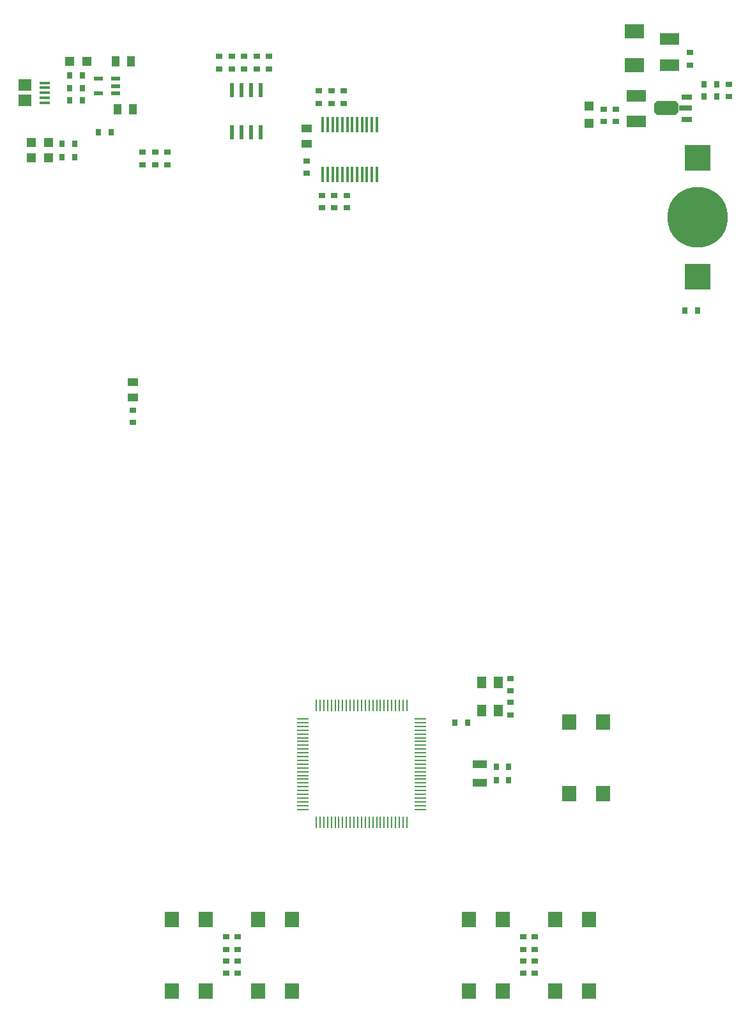
<source format=gtp>
%FSLAX25Y25*%
%MOIN*%
G70*
G01*
G75*
G04 Layer_Color=8421504*
%ADD10R,0.10000X0.06000*%
%ADD11R,0.05500X0.04000*%
%ADD12R,0.05315X0.02756*%
%ADD13R,0.07087X0.02756*%
G04:AMPARAMS|DCode=14|XSize=74.8mil|YSize=129.92mil|CornerRadius=0mil|HoleSize=0mil|Usage=FLASHONLY|Rotation=90.000|XOffset=0mil|YOffset=0mil|HoleType=Round|Shape=Octagon|*
%AMOCTAGOND14*
4,1,8,-0.06496,-0.01870,-0.06496,0.01870,-0.04626,0.03740,0.04626,0.03740,0.06496,0.01870,0.06496,-0.01870,0.04626,-0.03740,-0.04626,-0.03740,-0.06496,-0.01870,0.0*
%
%ADD14OCTAGOND14*%

%ADD15R,0.03500X0.03000*%
%ADD16R,0.03000X0.03500*%
%ADD17R,0.04000X0.05500*%
%ADD18R,0.01000X0.06000*%
%ADD19R,0.06000X0.01000*%
%ADD20R,0.06000X0.01000*%
%ADD21R,0.01000X0.06000*%
%ADD22R,0.06000X0.01000*%
%ADD23R,0.01000X0.06000*%
%ADD24R,0.06000X0.01000*%
%ADD25R,0.01000X0.06000*%
%ADD26R,0.01000X0.06000*%
%ADD27R,0.06000X0.01000*%
%ADD28R,0.06000X0.01000*%
%ADD29R,0.01000X0.06000*%
%ADD30R,0.07480X0.04331*%
%ADD31R,0.07480X0.04331*%
G04:AMPARAMS|DCode=32|XSize=62.99mil|YSize=49.21mil|CornerRadius=0mil|HoleSize=0mil|Usage=FLASHONLY|Rotation=90.003|XOffset=0mil|YOffset=0mil|HoleType=Round|Shape=Rectangle|*
%AMROTATEDRECTD32*
4,1,4,0.02461,-0.03150,-0.02461,-0.03150,-0.02461,0.03150,0.02461,0.03150,0.02461,-0.03150,0.0*
%
%ADD32ROTATEDRECTD32*%

G04:AMPARAMS|DCode=33|XSize=62.99mil|YSize=49.21mil|CornerRadius=0mil|HoleSize=0mil|Usage=FLASHONLY|Rotation=90.003|XOffset=0mil|YOffset=0mil|HoleType=Round|Shape=Rectangle|*
%AMROTATEDRECTD33*
4,1,4,0.02461,-0.03150,-0.02461,-0.03150,-0.02461,0.03150,0.02461,0.03150,0.02461,-0.03150,0.0*
%
%ADD33ROTATEDRECTD33*%

G04:AMPARAMS|DCode=34|XSize=62.99mil|YSize=49.21mil|CornerRadius=0mil|HoleSize=0mil|Usage=FLASHONLY|Rotation=90.003|XOffset=0mil|YOffset=0mil|HoleType=Round|Shape=Rectangle|*
%AMROTATEDRECTD34*
4,1,4,0.02461,-0.03150,-0.02461,-0.03150,-0.02461,0.03150,0.02461,0.03150,0.02461,-0.03150,0.0*
%
%ADD34ROTATEDRECTD34*%

%ADD35R,0.02362X0.07284*%
%ADD36R,0.01496X0.07874*%
%ADD37R,0.01496X0.07874*%
%ADD38R,0.04724X0.02362*%
%ADD39R,0.07201X0.07874*%
%ADD40R,0.05000X0.05000*%
%ADD41R,0.05315X0.01575*%
%ADD42R,0.07087X0.05906*%
%ADD43R,0.05000X0.05000*%
%ADD44R,0.10000X0.07500*%
%ADD45R,0.13780X0.13780*%
%ADD46C,0.31496*%
%ADD47C,0.01500*%
%ADD48C,0.01000*%
%ADD49C,0.02000*%
%ADD50C,0.03000*%
%ADD51C,0.01200*%
%ADD52C,0.05906*%
%ADD53O,0.16535X0.07874*%
%ADD54O,0.15748X0.07874*%
%ADD55O,0.07874X0.15748*%
%ADD56C,0.06654*%
%ADD57R,0.06654X0.06654*%
%ADD58C,0.18740*%
%ADD59C,0.09449*%
%ADD60R,0.09449X0.09449*%
%ADD61R,0.05906X0.05906*%
%ADD62R,0.05906X0.05906*%
%ADD63C,0.06000*%
%ADD64C,0.06200*%
%ADD65R,0.06000X0.06000*%
%ADD66O,0.09055X0.05512*%
%ADD67C,0.05118*%
%ADD68C,0.02000*%
%ADD69C,0.03000*%
%ADD70R,0.11000X0.06000*%
%ADD71R,0.06000X0.11000*%
%ADD72R,0.01700X0.07100*%
%ADD73R,0.05000X0.08700*%
%ADD74R,0.05000X0.04000*%
%ADD75R,0.05000X0.03598*%
%ADD76C,0.10000*%
%ADD77C,0.00787*%
%ADD78C,0.00100*%
%ADD79C,0.00800*%
%ADD80C,0.01969*%
%ADD81C,0.01600*%
%ADD82C,0.00900*%
%ADD83C,0.00591*%
%ADD84C,0.00600*%
%ADD85R,0.05000X0.00400*%
%ADD86R,0.00400X0.05000*%
D10*
X328500Y-66000D02*
D03*
Y-79500D02*
D03*
X346000Y-36500D02*
D03*
Y-50000D02*
D03*
D11*
X66000Y-215500D02*
D03*
Y-223500D02*
D03*
X156500Y-91000D02*
D03*
Y-83000D02*
D03*
D12*
X355000Y-66689D02*
D03*
Y-78500D02*
D03*
D13*
X354114Y-72594D02*
D03*
D14*
X344075Y-72594D02*
D03*
D15*
X66000Y-230000D02*
D03*
Y-236500D02*
D03*
X177500Y-124500D02*
D03*
Y-118000D02*
D03*
X124000Y-52000D02*
D03*
Y-45500D02*
D03*
X130500D02*
D03*
Y-52000D02*
D03*
X137000D02*
D03*
Y-45500D02*
D03*
X111000Y-52000D02*
D03*
Y-45500D02*
D03*
X84000Y-102000D02*
D03*
Y-95500D02*
D03*
X71000Y-102000D02*
D03*
Y-95500D02*
D03*
X77500Y-102000D02*
D03*
Y-95500D02*
D03*
X275500Y-504929D02*
D03*
Y-511429D02*
D03*
X269500Y-504929D02*
D03*
Y-511429D02*
D03*
X120500Y-504929D02*
D03*
Y-511429D02*
D03*
X114500Y-504929D02*
D03*
Y-511429D02*
D03*
X311500Y-79500D02*
D03*
Y-73000D02*
D03*
X163000Y-63500D02*
D03*
Y-70000D02*
D03*
X171000Y-118000D02*
D03*
Y-124500D02*
D03*
X169500Y-70000D02*
D03*
Y-63500D02*
D03*
X117500Y-45500D02*
D03*
Y-52000D02*
D03*
X176000Y-63500D02*
D03*
Y-70000D02*
D03*
X164500Y-124500D02*
D03*
Y-118000D02*
D03*
X156500Y-106500D02*
D03*
Y-100000D02*
D03*
X275500Y-517429D02*
D03*
Y-523929D02*
D03*
X269500Y-517429D02*
D03*
Y-523929D02*
D03*
X120500Y-517429D02*
D03*
Y-523929D02*
D03*
X114500Y-517429D02*
D03*
Y-523929D02*
D03*
X263000Y-370000D02*
D03*
Y-376500D02*
D03*
X318000Y-79500D02*
D03*
Y-73000D02*
D03*
X356500Y-50000D02*
D03*
Y-43500D02*
D03*
X263000Y-389055D02*
D03*
Y-382555D02*
D03*
X377000Y-66500D02*
D03*
Y-60000D02*
D03*
D16*
X48000Y-85000D02*
D03*
X54500D02*
D03*
X29000Y-91000D02*
D03*
X35500D02*
D03*
X29000Y-98000D02*
D03*
X35500D02*
D03*
X370500Y-66500D02*
D03*
X364000D02*
D03*
X240500Y-393000D02*
D03*
X234000D02*
D03*
X364000Y-60000D02*
D03*
X370500D02*
D03*
X33000Y-68500D02*
D03*
X39500D02*
D03*
X33000Y-62000D02*
D03*
X39500D02*
D03*
X33000Y-55500D02*
D03*
X39500D02*
D03*
X360500Y-178000D02*
D03*
X354000D02*
D03*
X255500Y-416000D02*
D03*
X262000D02*
D03*
X255500Y-423000D02*
D03*
X262000D02*
D03*
D17*
X58000Y-73000D02*
D03*
X66000D02*
D03*
X57000Y-48000D02*
D03*
X65000D02*
D03*
D18*
X208823Y-384193D02*
D03*
X183232Y-384192D02*
D03*
X181264Y-445256D02*
D03*
X185201Y-384192D02*
D03*
X163547Y-445256D02*
D03*
X191106Y-445256D02*
D03*
X185201D02*
D03*
X181264Y-384192D02*
D03*
X202918Y-384193D02*
D03*
X200949Y-384192D02*
D03*
X183232Y-445256D02*
D03*
X208823Y-445256D02*
D03*
X163547Y-384193D02*
D03*
X200949Y-445256D02*
D03*
X202918Y-445256D02*
D03*
X198981Y-384193D02*
D03*
X191106Y-384192D02*
D03*
X177327D02*
D03*
Y-445256D02*
D03*
D19*
X154669Y-436378D02*
D03*
X215733Y-424567D02*
D03*
Y-404881D02*
D03*
Y-395039D02*
D03*
X215733Y-414724D02*
D03*
X154669Y-393071D02*
D03*
X215733Y-410787D02*
D03*
X154669D02*
D03*
X154669Y-434410D02*
D03*
Y-397007D02*
D03*
Y-438346D02*
D03*
X154669Y-414724D02*
D03*
X154669Y-432441D02*
D03*
Y-428504D02*
D03*
Y-391102D02*
D03*
D20*
X215733Y-393071D02*
D03*
X154669Y-402914D02*
D03*
X215733Y-416693D02*
D03*
X154669Y-420630D02*
D03*
Y-416693D02*
D03*
X215733Y-420630D02*
D03*
Y-412756D02*
D03*
X154669Y-422598D02*
D03*
X215733D02*
D03*
X215733Y-400945D02*
D03*
X215733Y-408819D02*
D03*
Y-406850D02*
D03*
Y-430472D02*
D03*
X215733Y-436378D02*
D03*
Y-434410D02*
D03*
Y-438346D02*
D03*
Y-432441D02*
D03*
Y-391102D02*
D03*
X154669Y-430472D02*
D03*
X215733Y-397007D02*
D03*
Y-428504D02*
D03*
X215733Y-426535D02*
D03*
Y-398976D02*
D03*
X154669D02*
D03*
Y-412756D02*
D03*
Y-418661D02*
D03*
Y-426535D02*
D03*
Y-406850D02*
D03*
Y-408819D02*
D03*
D21*
X161579Y-384193D02*
D03*
X189138Y-384192D02*
D03*
X167484Y-384193D02*
D03*
X161579Y-445256D02*
D03*
X195044D02*
D03*
X171421D02*
D03*
X167484D02*
D03*
X206855Y-384193D02*
D03*
X197012Y-445256D02*
D03*
X195044Y-384193D02*
D03*
X197012Y-384192D02*
D03*
X204886Y-445256D02*
D03*
X175358Y-384193D02*
D03*
X171421D02*
D03*
X206855Y-445256D02*
D03*
X189138Y-445256D02*
D03*
X175358Y-445256D02*
D03*
D22*
X215733Y-418661D02*
D03*
D23*
X187170Y-384192D02*
D03*
X193075D02*
D03*
X179295D02*
D03*
X169453D02*
D03*
X165516Y-384193D02*
D03*
X193075Y-445256D02*
D03*
X187170D02*
D03*
X179295D02*
D03*
X169453D02*
D03*
X173390D02*
D03*
D24*
X154669Y-404881D02*
D03*
X215733Y-402914D02*
D03*
X154669Y-424567D02*
D03*
D25*
X198981Y-445256D02*
D03*
D26*
X204886Y-384193D02*
D03*
X165516Y-445256D02*
D03*
D27*
X154669Y-395039D02*
D03*
D28*
Y-400945D02*
D03*
D29*
X173390Y-384192D02*
D03*
D30*
X247000Y-414634D02*
D03*
D31*
Y-424476D02*
D03*
D32*
X247858Y-386704D02*
D03*
X247858Y-372137D02*
D03*
D33*
X256519Y-372137D02*
D03*
D34*
X256519Y-386704D02*
D03*
D35*
X117500Y-85000D02*
D03*
X122500Y-85000D02*
D03*
X127500D02*
D03*
X132500D02*
D03*
X117500Y-63150D02*
D03*
X122500D02*
D03*
X127500D02*
D03*
X132500D02*
D03*
D36*
X188031Y-81016D02*
D03*
X182913D02*
D03*
X193150D02*
D03*
D37*
X190591D02*
D03*
X167559D02*
D03*
X170118D02*
D03*
X172677D02*
D03*
X177795D02*
D03*
X180354D02*
D03*
X165000Y-107000D02*
D03*
Y-81016D02*
D03*
X185472D02*
D03*
X180354Y-107000D02*
D03*
X182913D02*
D03*
X188031D02*
D03*
X190591D02*
D03*
X177795D02*
D03*
X167559D02*
D03*
X175236Y-81016D02*
D03*
X193150Y-107000D02*
D03*
X185472D02*
D03*
X170118D02*
D03*
X172677D02*
D03*
X175236D02*
D03*
D38*
X47972Y-57260D02*
D03*
Y-64740D02*
D03*
X57028D02*
D03*
Y-57260D02*
D03*
Y-61000D02*
D03*
D39*
X286142Y-533130D02*
D03*
Y-495728D02*
D03*
X303858Y-533130D02*
D03*
Y-495728D02*
D03*
X258858Y-495728D02*
D03*
Y-533130D02*
D03*
X241142Y-495728D02*
D03*
Y-533130D02*
D03*
X131142Y-533130D02*
D03*
Y-495728D02*
D03*
X148858Y-533130D02*
D03*
Y-495728D02*
D03*
X103858Y-495728D02*
D03*
Y-533130D02*
D03*
X86142Y-495728D02*
D03*
Y-533130D02*
D03*
X311358Y-392799D02*
D03*
Y-430201D02*
D03*
X293642Y-392799D02*
D03*
Y-430201D02*
D03*
D40*
X42000Y-48000D02*
D03*
X33000D02*
D03*
X13000Y-90500D02*
D03*
X22000D02*
D03*
X13000Y-98500D02*
D03*
X22000D02*
D03*
D41*
X20055Y-64500D02*
D03*
Y-69618D02*
D03*
Y-59382D02*
D03*
Y-61941D02*
D03*
Y-67059D02*
D03*
D42*
X9425Y-68437D02*
D03*
Y-60563D02*
D03*
D43*
X304000Y-71500D02*
D03*
Y-80500D02*
D03*
D44*
X327500Y-32500D02*
D03*
Y-50000D02*
D03*
D45*
X360500Y-98398D02*
D03*
Y-160602D02*
D03*
D46*
Y-129500D02*
D03*
M02*

</source>
